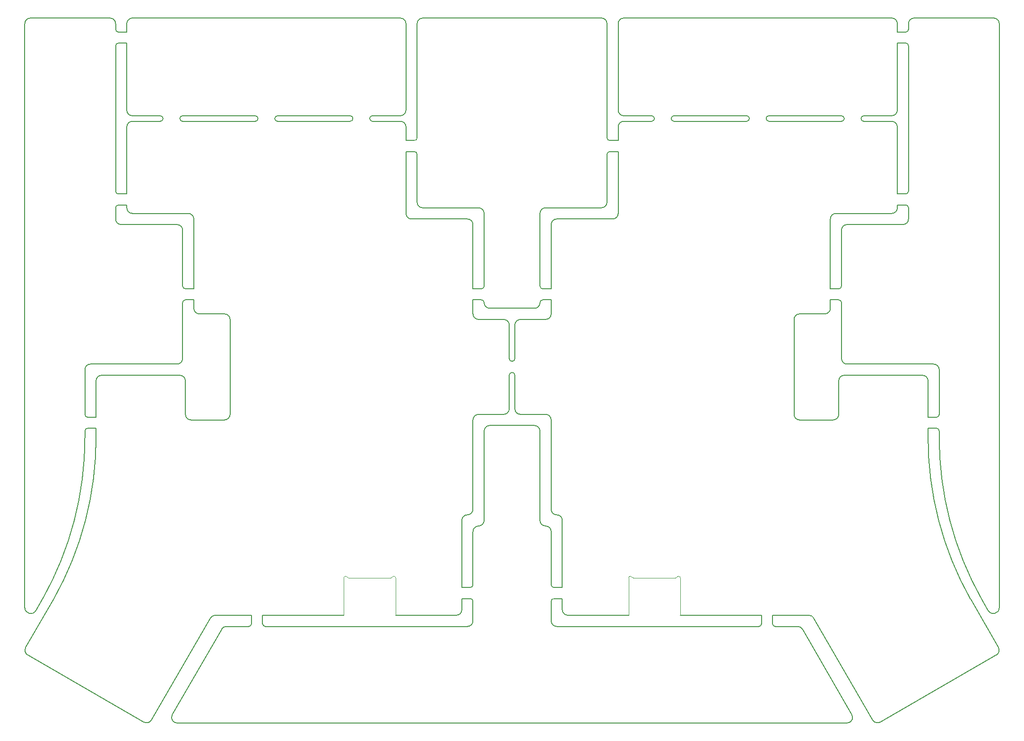
<source format=gm1>
G04 #@! TF.GenerationSoftware,KiCad,Pcbnew,(6.0.4-0)*
G04 #@! TF.CreationDate,2022-11-13T14:27:23-06:00*
G04 #@! TF.ProjectId,main,6d61696e-2e6b-4696-9361-645f70636258,0.2*
G04 #@! TF.SameCoordinates,Original*
G04 #@! TF.FileFunction,Profile,NP*
%FSLAX46Y46*%
G04 Gerber Fmt 4.6, Leading zero omitted, Abs format (unit mm)*
G04 Created by KiCad (PCBNEW (6.0.4-0)) date 2022-11-13 14:27:23*
%MOMM*%
%LPD*%
G01*
G04 APERTURE LIST*
G04 #@! TA.AperFunction,Profile*
%ADD10C,0.150000*%
G04 #@! TD*
G04 #@! TA.AperFunction,Profile*
%ADD11C,0.010000*%
G04 #@! TD*
G04 APERTURE END LIST*
D10*
X185662500Y-75162500D02*
G75*
G03*
X186662500Y-74162500I100J999900D01*
G01*
X100662500Y-75162500D02*
G75*
G03*
X101662500Y-76162500I1000000J0D01*
G01*
X164662500Y-92162500D02*
G75*
G03*
X165662500Y-93162500I1000000J0D01*
G01*
X188662507Y-57662393D02*
G75*
G03*
X189662500Y-58662393I999993J-7D01*
G01*
X106649506Y-59662500D02*
G75*
G03*
X106649506Y-58662500I12794J500000D01*
G01*
X185662500Y-41162500D02*
X153662500Y-41162500D01*
X238662500Y-43675494D02*
X240162500Y-43675494D01*
X110662500Y-79162500D02*
G75*
G03*
X109662500Y-78162500I-1000000J0D01*
G01*
X112662500Y-77162500D02*
G75*
G03*
X111662500Y-76162500I-1000000J0D01*
G01*
X110662500Y-92162500D02*
X110662500Y-102162000D01*
X244162500Y-116162500D02*
X244162500Y-114649506D01*
X188662500Y-63112994D02*
X188662500Y-60662607D01*
X98662500Y-46162500D02*
X98662500Y-72162500D01*
X83400500Y-41162500D02*
G75*
G03*
X82400500Y-42162500I0J-1000000D01*
G01*
X178662500Y-131162500D02*
X178662500Y-143188488D01*
X244162500Y-112675494D02*
X244162500Y-106162500D01*
X170162500Y-105162500D02*
X170162500Y-111162500D01*
X254924980Y-147300011D02*
G75*
G03*
X256925000Y-146792893I935720J507111D01*
G01*
X99162500Y-43675494D02*
X100662500Y-43675494D01*
X189662500Y-41162500D02*
X237662500Y-41162500D01*
X168162500Y-95162500D02*
X163662500Y-95162500D01*
X174662470Y-89162499D02*
G75*
G03*
X175162500Y-89675494I500030J-12801D01*
G01*
X123009133Y-149662500D02*
X123009133Y-148162500D01*
X175162500Y-91649536D02*
G75*
G03*
X174662500Y-92162500I0J-500164D01*
G01*
X162662500Y-91649506D02*
X162662500Y-94162500D01*
X228662500Y-102162000D02*
X228662500Y-92162500D01*
X94162500Y-103162500D02*
G75*
G03*
X93162500Y-104162500I0J-1000000D01*
G01*
X163662500Y-112162500D02*
G75*
G03*
X162662500Y-113162500I0J-1000000D01*
G01*
X99162500Y-72675494D02*
X100662500Y-72675494D01*
X162662500Y-142675494D02*
X162662500Y-133162500D01*
X211649836Y-58662500D02*
X198675657Y-58662500D01*
X176662500Y-142675494D02*
X176662500Y-133162500D01*
X161662500Y-130162500D02*
G75*
G03*
X160662500Y-131162500I0J-1000000D01*
G01*
X225662500Y-94162500D02*
G75*
G03*
X226662500Y-93162500I100J999900D01*
G01*
X119162500Y-95162500D02*
X119162500Y-112162500D01*
X174662500Y-131162500D02*
X174662500Y-115162500D01*
X227662500Y-76162500D02*
G75*
G03*
X226662500Y-77162500I100J-1000100D01*
G01*
X164162500Y-91649506D02*
X162662500Y-91649506D01*
X93662500Y-114649536D02*
G75*
G03*
X93162500Y-115162500I0J-500164D01*
G01*
X101662500Y-59662600D02*
G75*
G03*
X100662500Y-60662607I-100J-999900D01*
G01*
X240662500Y-72162500D02*
X240662500Y-46162500D01*
X98662500Y-42162500D02*
X98662500Y-43162500D01*
X244162511Y-116162500D02*
G75*
G03*
X251742500Y-145242500I59001789J-148500D01*
G01*
X240662500Y-77162500D02*
X240662500Y-75162500D01*
X230649969Y-166450000D02*
G75*
G03*
X230475000Y-165875000I-1031969J100D01*
G01*
X160662500Y-143188488D02*
X160662500Y-131162500D01*
X176662500Y-91649506D02*
X176662500Y-94162500D01*
X82400023Y-146792893D02*
G75*
G03*
X84400000Y-147300000I1064277J-7D01*
G01*
X226662500Y-89675494D02*
X228162500Y-89675494D01*
X162162500Y-143188488D02*
X160662500Y-143188488D01*
X150662500Y-60662607D02*
X150662500Y-63112994D01*
X101662500Y-41162500D02*
G75*
G03*
X100662500Y-42162500I0J-1000000D01*
G01*
X176662476Y-142675493D02*
G75*
G03*
X177162500Y-143188488I500024J-12807D01*
G01*
X187162500Y-63112994D02*
X188662500Y-63112994D01*
X108849974Y-165874982D02*
G75*
G03*
X108675000Y-166450000I857026J-574918D01*
G01*
X194649999Y-59662500D02*
G75*
G03*
X194649999Y-58662500I12801J500000D01*
G01*
X173662500Y-93162500D02*
X165662500Y-93162500D01*
X178662500Y-131162500D02*
G75*
G03*
X177662500Y-130162500I-1000000J0D01*
G01*
X186662500Y-74162500D02*
X186662500Y-65600000D01*
X175662500Y-75162500D02*
G75*
G03*
X174662500Y-76162500I100J-1000100D01*
G01*
X99162500Y-45649506D02*
X100662500Y-45649506D01*
X115627513Y-148672500D02*
X105086161Y-166930099D01*
X237662500Y-58662400D02*
G75*
G03*
X238662500Y-57662393I-100J1000100D01*
G01*
X111162500Y-91649506D02*
X112662500Y-91649506D01*
X150662500Y-65087006D02*
X150662500Y-76162500D01*
X162662500Y-129162500D02*
X162662500Y-113162500D01*
X162662500Y-149162500D02*
X162662500Y-145675494D01*
X241662500Y-41162500D02*
X255924500Y-41162500D01*
X99162500Y-74649506D02*
X100662500Y-74649506D01*
X175162500Y-91649506D02*
X176662500Y-91649506D01*
X152662500Y-74162500D02*
G75*
G03*
X153662500Y-75162500I1000000J0D01*
G01*
X177162500Y-145162536D02*
G75*
G03*
X176662500Y-145675494I0J-500164D01*
G01*
X246162530Y-115162501D02*
G75*
G03*
X245662500Y-114649506I-500030J12801D01*
G01*
X101662500Y-76162500D02*
X111662500Y-76162500D01*
X246162500Y-112162500D02*
X246162500Y-104162500D01*
X124983145Y-148162500D02*
X139542500Y-148162499D01*
X122496139Y-150162500D02*
X118496139Y-150162500D01*
X220162500Y-112162500D02*
X220162500Y-95162500D01*
X110662500Y-79162500D02*
X110662500Y-89162500D01*
X186662470Y-62599999D02*
G75*
G03*
X187162500Y-63112994I500030J-12801D01*
G01*
X94162500Y-103162500D02*
X109662500Y-103162000D01*
X106649506Y-58662500D02*
X101662500Y-58662393D01*
X214341855Y-149662500D02*
X214341855Y-148162500D01*
X221162500Y-94162500D02*
G75*
G03*
X220162500Y-95162500I100J-1000100D01*
G01*
X228662500Y-102162000D02*
G75*
G03*
X229662500Y-103162000I1000000J0D01*
G01*
X85582500Y-145242500D02*
X84400000Y-147300000D01*
X152162500Y-65087006D02*
X150662500Y-65087006D01*
X229162500Y-105162500D02*
X243162500Y-105162500D01*
X240662500Y-43162500D02*
X240662500Y-42162500D01*
X124983135Y-149662500D02*
G75*
G03*
X125496139Y-150162500I500165J0D01*
G01*
X179662500Y-148162500D02*
X190542500Y-148162499D01*
X119162500Y-95162500D02*
G75*
G03*
X118162500Y-94162500I-1000000J0D01*
G01*
X220162500Y-112162500D02*
G75*
G03*
X221162500Y-113162500I1000000J0D01*
G01*
X228662530Y-92162501D02*
G75*
G03*
X228162500Y-91649506I-500030J12801D01*
G01*
X178662500Y-147162500D02*
G75*
G03*
X179662500Y-148162500I1000000J0D01*
G01*
X222828861Y-148162500D02*
X216315867Y-148162500D01*
X244162500Y-112675494D02*
X245662500Y-112675494D01*
X112662500Y-91649506D02*
X112662500Y-93162500D01*
X108675000Y-166450000D02*
G75*
G03*
X109675000Y-167450000I1000000J0D01*
G01*
X118162500Y-113162500D02*
G75*
G03*
X119162500Y-112162500I0J1000000D01*
G01*
X118162500Y-94162500D02*
X113662500Y-94162500D01*
X175162500Y-89675494D02*
X176662500Y-89675494D01*
X199782500Y-148162499D02*
X214341855Y-148162500D01*
X216315937Y-149662500D02*
G75*
G03*
X216828861Y-150162500I500163J0D01*
G01*
X164662500Y-76162500D02*
G75*
G03*
X163662500Y-75162500I-1000000J0D01*
G01*
X230475000Y-165875000D02*
X221697487Y-150672500D01*
X175662500Y-95162500D02*
G75*
G03*
X176662500Y-94162500I100J999900D01*
G01*
X162662536Y-145675495D02*
G75*
G03*
X162162500Y-145162500I-500036J12795D01*
G01*
X116496139Y-148162489D02*
G75*
G03*
X115627513Y-148672500I61J-994811D01*
G01*
X188662500Y-76162500D02*
X188662500Y-65087006D01*
X149662500Y-59662607D02*
X144675001Y-59662500D01*
X232675494Y-58662500D02*
G75*
G03*
X232675494Y-59662500I-12794J-500000D01*
G01*
X256924500Y-42162500D02*
G75*
G03*
X255924500Y-41162500I-1000000J0D01*
G01*
X213828861Y-150162490D02*
G75*
G03*
X214341855Y-149662500I12839J499990D01*
G01*
X238662493Y-60662607D02*
G75*
G03*
X237662500Y-59662607I-999893J107D01*
G01*
X152162500Y-63112994D02*
X150662500Y-63112994D01*
X164162500Y-89675494D02*
X162662500Y-89675494D01*
X239662500Y-78162500D02*
G75*
G03*
X240662500Y-77162500I0J1000000D01*
G01*
X98662500Y-75162500D02*
X98662500Y-77162500D01*
X161662500Y-130162500D02*
G75*
G03*
X162662500Y-129162500I0J1000000D01*
G01*
X140649343Y-58662500D02*
X127675164Y-58662500D01*
X228662500Y-89162500D02*
X228662500Y-79162500D01*
X234238839Y-166930099D02*
X223697487Y-148672500D01*
X123649506Y-59662500D02*
G75*
G03*
X123649506Y-58662500I12794J500000D01*
G01*
X176662500Y-133162500D02*
G75*
G03*
X175662500Y-132162500I-1000000J0D01*
G01*
X87582499Y-145242499D02*
G75*
G03*
X95162500Y-116162500I-51421169J28931359D01*
G01*
X215675494Y-58662500D02*
G75*
G03*
X215675494Y-59662500I-12794J-500000D01*
G01*
X162662500Y-89675494D02*
X162662500Y-78162500D01*
X238662500Y-72675494D02*
X240162500Y-72675494D01*
X174662500Y-115162500D02*
G75*
G03*
X173662500Y-114162500I-1000000J0D01*
G01*
X169162500Y-102162500D02*
X169162500Y-96162500D01*
X194649999Y-58662500D02*
X189662500Y-58662393D01*
X162162500Y-145162500D02*
X160662500Y-145162500D01*
X96162500Y-105162500D02*
X110162500Y-105162500D01*
X237662500Y-76162500D02*
G75*
G03*
X238662500Y-75162500I100J999900D01*
G01*
X123649506Y-59662500D02*
X110675164Y-59662500D01*
X238662500Y-45649506D02*
X240162500Y-45649506D01*
X229662500Y-103162000D02*
X245162500Y-103162500D01*
X238662500Y-75162500D02*
X238662500Y-74649506D01*
X188662500Y-57662393D02*
X188662500Y-42162500D01*
X211649836Y-59662500D02*
X198675657Y-59662500D01*
X164662500Y-89162500D02*
X164662500Y-76162500D01*
X170162500Y-102162500D02*
X170162500Y-96162500D01*
X176662500Y-113162500D02*
X176662500Y-129162500D01*
X185662500Y-75162500D02*
X175662500Y-75162500D01*
X98662470Y-43162499D02*
G75*
G03*
X99162500Y-43675494I500030J-12801D01*
G01*
X152162500Y-63112964D02*
G75*
G03*
X152662500Y-62600000I0J500164D01*
G01*
X159662500Y-148162500D02*
G75*
G03*
X160662500Y-147162500I0J1000000D01*
G01*
X123649506Y-58662500D02*
X110675164Y-58662500D01*
X256755525Y-153930099D02*
X251742500Y-145242500D01*
X93162500Y-104162500D02*
X93162500Y-112162500D01*
X149662500Y-58662393D02*
X144675001Y-58662500D01*
X111162500Y-89675494D02*
X112662500Y-89675494D01*
X187162500Y-65087006D02*
X188662500Y-65087006D01*
X100662500Y-74649506D02*
X100662500Y-75162500D01*
X246162500Y-104162500D02*
G75*
G03*
X245162500Y-103162500I-1000000J0D01*
G01*
X111162500Y-106162500D02*
G75*
G03*
X110162500Y-105162500I-1000000J0D01*
G01*
X152662500Y-42162500D02*
X152662500Y-62600000D01*
X186662500Y-42162500D02*
G75*
G03*
X185662500Y-41162500I-1000000J0D01*
G01*
X228649836Y-58662500D02*
X215675494Y-58662500D01*
X111162500Y-112162500D02*
X111162500Y-106162500D01*
X109675000Y-167450000D02*
X229650000Y-167450000D01*
X238662500Y-72675494D02*
X238662500Y-60662607D01*
X150662493Y-60662607D02*
G75*
G03*
X149662500Y-59662607I-1000093J-93D01*
G01*
X87582500Y-145242500D02*
X82569475Y-153930099D01*
X124983145Y-149662500D02*
X124983145Y-148162500D01*
X95162500Y-114649506D02*
X95162500Y-116162500D01*
X227162500Y-113162500D02*
G75*
G03*
X228162500Y-112162500I100J999900D01*
G01*
X211649836Y-59662500D02*
G75*
G03*
X211649836Y-58662500I12864J500000D01*
G01*
X256925000Y-146792893D02*
X256924500Y-42162500D01*
X187662500Y-77162500D02*
G75*
G03*
X188662500Y-76162500I100J999900D01*
G01*
X110662470Y-89162499D02*
G75*
G03*
X111162500Y-89675494I500030J-12801D01*
G01*
X125496139Y-150162500D02*
X161662500Y-150162500D01*
X164162500Y-89675464D02*
G75*
G03*
X164662500Y-89162500I0J500164D01*
G01*
X82935501Y-155296125D02*
X103714215Y-167294895D01*
X228162500Y-106162500D02*
X228162500Y-112162500D01*
X144675001Y-58662500D02*
G75*
G03*
X144675001Y-59662500I-12801J-500000D01*
G01*
X237662500Y-59662607D02*
X232675494Y-59662500D01*
X187662500Y-77162500D02*
X177662500Y-77162500D01*
X160662500Y-147162500D02*
X160662500Y-145162500D01*
X178662500Y-147162500D02*
X178662500Y-145162500D01*
X238662500Y-42162500D02*
G75*
G03*
X237662500Y-41162500I-1000000J0D01*
G01*
X229650000Y-167450000D02*
G75*
G03*
X230650000Y-166450000I0J1000000D01*
G01*
X98662500Y-42162500D02*
G75*
G03*
X97662500Y-41162500I-1000000J0D01*
G01*
X100662507Y-57662393D02*
G75*
G03*
X101662500Y-58662393I999993J-7D01*
G01*
X153662500Y-41162500D02*
G75*
G03*
X152662500Y-42162500I0J-1000000D01*
G01*
X112662500Y-93162500D02*
G75*
G03*
X113662500Y-94162500I1000000J0D01*
G01*
X163662500Y-112162500D02*
X168162500Y-112162500D01*
X189662500Y-59662600D02*
G75*
G03*
X188662500Y-60662607I200J-1000200D01*
G01*
X150662500Y-42162500D02*
G75*
G03*
X149662500Y-41162500I-1000000J0D01*
G01*
X235610785Y-167294895D02*
X256389499Y-155296125D01*
X152662530Y-65600001D02*
G75*
G03*
X152162500Y-65087006I-500030J12801D01*
G01*
X150662500Y-42162500D02*
X150662500Y-57662393D01*
X93162500Y-115162500D02*
X93162500Y-116162500D01*
X226662500Y-93162500D02*
X226662500Y-91649506D01*
X174662500Y-131162500D02*
G75*
G03*
X175662500Y-132162500I1000000J0D01*
G01*
X101662500Y-41162500D02*
X149662500Y-41162500D01*
X96162500Y-105162500D02*
G75*
G03*
X95162500Y-106162500I0J-1000000D01*
G01*
X244162500Y-106162500D02*
G75*
G03*
X243162500Y-105162500I-1000000J0D01*
G01*
X127675164Y-58662500D02*
G75*
G03*
X127675164Y-59662500I-12864J-500000D01*
G01*
X150662500Y-76162500D02*
G75*
G03*
X151662500Y-77162500I1000000J0D01*
G01*
X93662500Y-114649506D02*
X95162500Y-114649506D01*
X177162500Y-143188488D02*
X178662500Y-143188488D01*
X227162500Y-113162500D02*
X221162500Y-113162500D01*
X237662500Y-58662393D02*
X232675494Y-58662500D01*
X162662500Y-78162500D02*
G75*
G03*
X161662500Y-77162500I-1000000J0D01*
G01*
X240162500Y-43675564D02*
G75*
G03*
X240662500Y-43162500I-100J500264D01*
G01*
X98662470Y-72162499D02*
G75*
G03*
X99162500Y-72675494I500030J-12801D01*
G01*
X161662500Y-77162500D02*
X151662500Y-77162500D01*
X111162500Y-112162500D02*
G75*
G03*
X112162500Y-113162500I1000000J0D01*
G01*
X169162500Y-111162500D02*
X169162500Y-105162500D01*
X228162500Y-89675564D02*
G75*
G03*
X228662500Y-89162500I-100J500264D01*
G01*
X83400500Y-41162500D02*
X97662500Y-41162500D01*
X163662500Y-132162500D02*
G75*
G03*
X162662500Y-133162500I0J-1000000D01*
G01*
X99662500Y-78162500D02*
X109662500Y-78162500D01*
X123009133Y-148162500D02*
X116496139Y-148162500D01*
X238662500Y-43675494D02*
X238662500Y-42162500D01*
X238662500Y-57662393D02*
X238662500Y-45649506D01*
X234238854Y-166930090D02*
G75*
G03*
X235610785Y-167294895I867046J498590D01*
G01*
X173662500Y-93162500D02*
G75*
G03*
X174662500Y-92162500I100J999900D01*
G01*
X176662500Y-129162500D02*
G75*
G03*
X177662500Y-130162500I1000000J0D01*
G01*
X228649836Y-59662500D02*
X215675494Y-59662500D01*
X98662500Y-77162500D02*
G75*
G03*
X99662500Y-78162500I1000000J0D01*
G01*
X244162500Y-114649506D02*
X245662500Y-114649506D01*
X118162500Y-113162500D02*
X112162500Y-113162500D01*
X164662530Y-92162501D02*
G75*
G03*
X164162500Y-91649506I-500030J12801D01*
G01*
X103714239Y-167294855D02*
G75*
G03*
X105086161Y-166930099I504961J863155D01*
G01*
X187162500Y-65087036D02*
G75*
G03*
X186662500Y-65600000I0J-500164D01*
G01*
X169162500Y-96162500D02*
G75*
G03*
X168162500Y-95162500I-1000000J0D01*
G01*
X246162483Y-116162500D02*
G75*
G03*
X253742500Y-145242500I59001217J-148600D01*
G01*
X162162500Y-143188464D02*
G75*
G03*
X162662500Y-142675494I0J500164D01*
G01*
X256389481Y-155296095D02*
G75*
G03*
X256755525Y-153930099I-499881J865995D01*
G01*
X100662500Y-42162500D02*
X100662500Y-43675494D01*
X112662500Y-89675494D02*
X112662500Y-77162500D01*
X95162500Y-106162500D02*
X95162500Y-112675494D01*
X171162500Y-95162500D02*
G75*
G03*
X170162500Y-96162500I100J-1000100D01*
G01*
X176662500Y-113162500D02*
G75*
G03*
X175662500Y-112162500I-1000000J0D01*
G01*
X226662500Y-77162500D02*
X226662500Y-89675494D01*
X170162500Y-111162500D02*
G75*
G03*
X171162500Y-112162500I1000000J0D01*
G01*
X149662500Y-58662400D02*
G75*
G03*
X150662500Y-57662393I0J1000000D01*
G01*
X223697478Y-148672505D02*
G75*
G03*
X222828861Y-148162500I-868678J-484795D01*
G01*
X198675657Y-58662500D02*
G75*
G03*
X198675657Y-59662500I-12857J-500000D01*
G01*
X226662500Y-91649506D02*
X228162500Y-91649506D01*
X152662500Y-65600000D02*
X152662500Y-74162500D01*
X93662500Y-112675494D02*
X95162500Y-112675494D01*
X148782500Y-148162499D02*
X159662500Y-148162500D01*
X238662500Y-74649506D02*
X240162500Y-74649506D01*
X168162500Y-112162500D02*
G75*
G03*
X169162500Y-111162500I0J1000000D01*
G01*
X169162500Y-102162500D02*
G75*
G03*
X170162500Y-102162500I500000J-12829D01*
G01*
X227662500Y-76162500D02*
X237662500Y-76162500D01*
X229662500Y-78162500D02*
X239662500Y-78162500D01*
X174662500Y-76162500D02*
X174662500Y-89162500D01*
X189662500Y-41162500D02*
G75*
G03*
X188662500Y-42162500I0J-1000000D01*
G01*
X82400500Y-42162500D02*
X82400000Y-146792893D01*
X106649506Y-59662500D02*
X101662500Y-59662607D01*
X162662500Y-94162500D02*
G75*
G03*
X163662500Y-95162500I1000000J0D01*
G01*
X122496140Y-150162468D02*
G75*
G03*
X123009133Y-149662500I12860J499968D01*
G01*
X176662500Y-149162500D02*
X176662500Y-145675494D01*
X163662500Y-75162500D02*
X153662500Y-75162500D01*
X240662530Y-46162501D02*
G75*
G03*
X240162500Y-45649506I-500030J12801D01*
G01*
X241662500Y-41162500D02*
G75*
G03*
X240662500Y-42162500I0J-1000000D01*
G01*
X110675164Y-58662500D02*
G75*
G03*
X110675164Y-59662500I-12864J-500000D01*
G01*
X99162500Y-45649536D02*
G75*
G03*
X98662500Y-46162500I0J-500164D01*
G01*
X177662500Y-150162500D02*
X213828861Y-150162500D01*
X85582499Y-145242499D02*
G75*
G03*
X93162500Y-116162500I-51421169J28931359D01*
G01*
X229162500Y-105162500D02*
G75*
G03*
X228162500Y-106162500I100J-1000100D01*
G01*
X163662500Y-132162500D02*
G75*
G03*
X164662500Y-131162500I0J1000000D01*
G01*
X220828861Y-150162500D02*
X216828861Y-150162500D01*
X176662500Y-78162500D02*
X176662500Y-89675494D01*
X240662530Y-75162501D02*
G75*
G03*
X240162500Y-74649506I-500030J12801D01*
G01*
X246162500Y-116162500D02*
X246162500Y-115162500D01*
X173662500Y-114162500D02*
X165662500Y-114162500D01*
X186662500Y-62600000D02*
X186662500Y-42162500D01*
X225662500Y-94162500D02*
X221162500Y-94162500D01*
X240162500Y-72675564D02*
G75*
G03*
X240662500Y-72162500I-100J500264D01*
G01*
X109662500Y-103162000D02*
G75*
G03*
X110662500Y-102162000I0J1000000D01*
G01*
X82569499Y-153930113D02*
G75*
G03*
X82935501Y-155296125I865701J-500087D01*
G01*
X111162500Y-91649536D02*
G75*
G03*
X110662500Y-92162500I0J-500164D01*
G01*
X254925000Y-147300000D02*
X253742500Y-145242500D01*
X165662500Y-114162500D02*
G75*
G03*
X164662500Y-115162500I0J-1000000D01*
G01*
X140649343Y-59662500D02*
G75*
G03*
X140649343Y-58662500I12857J500000D01*
G01*
X170162500Y-105162500D02*
G75*
G03*
X169162500Y-105162500I-500000J12829D01*
G01*
X177662500Y-77162500D02*
G75*
G03*
X176662500Y-78162500I100J-1000100D01*
G01*
X99162500Y-74649536D02*
G75*
G03*
X98662500Y-75162500I0J-500164D01*
G01*
X171162500Y-112162500D02*
X175662500Y-112162500D01*
X245662500Y-112675564D02*
G75*
G03*
X246162500Y-112162500I-100J500264D01*
G01*
X175662500Y-95162500D02*
X171162500Y-95162500D01*
X221697478Y-150672505D02*
G75*
G03*
X220828861Y-150162500I-868678J-484795D01*
G01*
X177162500Y-145162500D02*
X178662500Y-145162500D01*
X118496139Y-150162489D02*
G75*
G03*
X117627513Y-150672500I61J-994811D01*
G01*
X117627513Y-150672500D02*
X108850000Y-165875000D01*
X100662500Y-60662607D02*
X100662500Y-72675494D01*
X229662500Y-78162500D02*
G75*
G03*
X228662500Y-79162500I0J-1000000D01*
G01*
X164662500Y-131162500D02*
X164662500Y-115162500D01*
X100662500Y-45649506D02*
X100662500Y-57662393D01*
X161662500Y-150162500D02*
G75*
G03*
X162662500Y-149162500I0J1000000D01*
G01*
X228649836Y-59662500D02*
G75*
G03*
X228649836Y-58662500I12864J500000D01*
G01*
X194649999Y-59662500D02*
X189662500Y-59662607D01*
X140649343Y-59662500D02*
X127675164Y-59662500D01*
X176662500Y-149162500D02*
G75*
G03*
X177662500Y-150162500I1000000J0D01*
G01*
X93162470Y-112162499D02*
G75*
G03*
X93662500Y-112675494I500030J-12801D01*
G01*
X216315867Y-149662500D02*
X216315867Y-148162500D01*
D11*
X140362120Y-141462499D02*
X147962880Y-141462499D01*
X148782500Y-148162499D02*
X148782500Y-141462499D01*
X139542500Y-148162499D02*
X139542500Y-141462499D01*
X140102309Y-141312499D02*
G75*
G03*
X140362120Y-141462499I259806J149997D01*
G01*
X148782500Y-141462498D02*
G75*
G03*
X148222690Y-141312499I-300001J-1D01*
G01*
X147962880Y-141462499D02*
G75*
G03*
X148222690Y-141312499I1J300002D01*
G01*
X140102308Y-141312499D02*
G75*
G03*
X139542500Y-141462499I-259808J-149999D01*
G01*
X190542500Y-148162499D02*
X190542500Y-141462499D01*
X199782500Y-148162499D02*
X199782500Y-141462499D01*
X198962880Y-141462499D02*
X191362120Y-141462499D01*
X191102310Y-141312499D02*
G75*
G03*
X191362120Y-141462499I259809J150002D01*
G01*
X198962880Y-141462499D02*
G75*
G03*
X199222691Y-141312499I5J299997D01*
G01*
X199782501Y-141462499D02*
G75*
G03*
X199222691Y-141312499I-300001J1D01*
G01*
X191102310Y-141312499D02*
G75*
G03*
X190542500Y-141462498I-259809J-150000D01*
G01*
M02*

</source>
